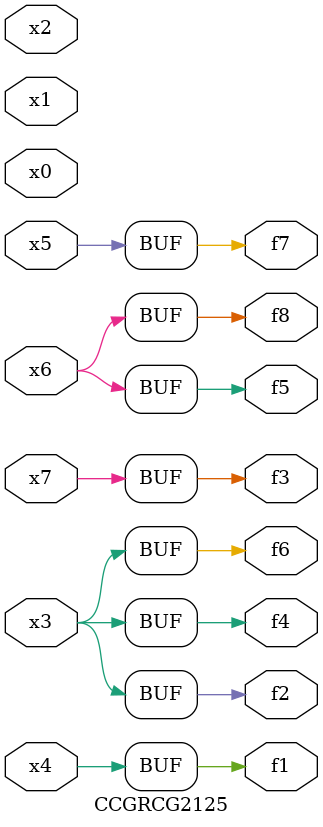
<source format=v>
module CCGRCG2125(
	input x0, x1, x2, x3, x4, x5, x6, x7,
	output f1, f2, f3, f4, f5, f6, f7, f8
);
	assign f1 = x4;
	assign f2 = x3;
	assign f3 = x7;
	assign f4 = x3;
	assign f5 = x6;
	assign f6 = x3;
	assign f7 = x5;
	assign f8 = x6;
endmodule

</source>
